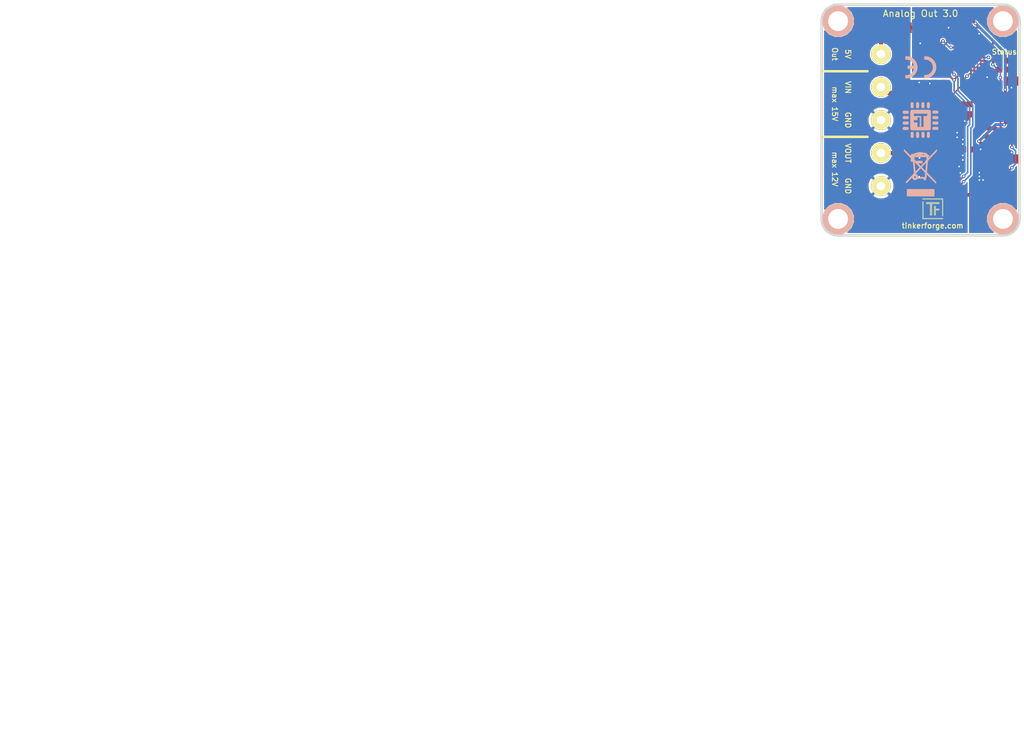
<source format=kicad_pcb>
(kicad_pcb (version 4) (host pcbnew 4.0.2+dfsg1-stable)
  (title_block (title "Analog Out Bricklet") (date 2018-03-01) (rev 3.0) (company "Tinkerforge GmbH") (comment 1 "Licensed under CERN OHL v.1.1") (comment 2 "Copyright (©) 2018, L.Lauer <lukas@tinkerforge.com>"))
  (layers (0 Vorderseite signal) (31 Rückseite signal) (34 B.Paste user) (35 F.Paste user) (36 B.SilkS user) (37 F.SilkS user) (38 B.Mask user) (39 F.Mask user) (44 Edge.Cuts user))
  (net 0 "")
  (net 1 +5V)
  (net 2 GND)
  (net 3 SCL)
  (net 4 SDA)
  (net 5 VCC)
  (net 6 AGND)
  (net 7 3V3)
  (net 8 "Net-(C4-Pad1)")
  (net 9 "Net-(R1-Pad2)")
  (net 10 "Net-(R3-Pad1)")
  (net 11 "Net-(R4-Pad2)")
  (net 12 "Net-(P2-Pad2)")
  (net 13 "Net-(F1-Pad2)")
  (net 14 "Net-(R5-Pad1)")
  (net 15 "Net-(R10-Pad2)")
  (net 16 "Net-(C5-Pad1)")
  (net 17 "Net-(D2-Pad2)")
  (net 18 "Net-(P1-Pad1)")
  (net 19 "Net-(P4-Pad2)")
  (net 20 VIN)
  (net 21 "Net-(R11-Pad1)")
  (net 22 "Net-(P3-Pad4)")
  (net 23 "Net-(P3-Pad5)")
  (net 24 "Net-(P3-Pad6)")
  (net 25 S-MISO)
  (net 26 S-MOSI)
  (net 27 S-CLK)
  (net 28 S-CS)
  (net 29 "Net-(RP2-Pad6)")
  (net 30 "Net-(RP2-Pad7)")
  (net 31 "Net-(U1-Pad4)")
  (net 32 "Net-(U1-Pad5)")
  (net 33 "Net-(U1-Pad6)")
  (net 34 "Net-(U1-Pad7)")
  (net 35 "Net-(U1-Pad8)")
  (net 36 "Net-(U1-Pad11)")
  (net 37 "Net-(U1-Pad12)")
  (net 38 "Net-(U1-Pad14)")
  (net 39 "Net-(U1-Pad16)")
  (net 40 "Net-(U1-Pad18)")
  (net 41 "Net-(U1-Pad20)")
  (net 42 "Net-(U1-Pad21)")
  (module kicad-libraries:QFN24-4x4mm-0.5mm (layer Vorderseite) (at 160.45 90.335 180)
    (fp_text reference U1)
    (fp_text value XMC1XXX24)
    (pad 1 smd oval (at -2.025 -1.25 180) (size 1 0.3) (layers Vorderseite F.Paste F.Mask) (net 25 S-MISO))
    (pad 2 smd oval (at -2.025 -0.75 180) (size 1 0.3) (layers Vorderseite F.Paste F.Mask) (net 21 "Net-(R11-Pad1)"))
    (pad 3 smd oval (at -2.025 -0.25 180) (size 1 0.3) (layers Vorderseite F.Paste F.Mask) (net 20 VIN))
    (pad 4 smd oval (at -2.025 0.25 180) (size 1 0.3) (layers Vorderseite F.Paste F.Mask) (net 31 "Net-(U1-Pad4)"))
    (pad 5 smd oval (at -2.025 0.75 180) (size 1 0.3) (layers Vorderseite F.Paste F.Mask) (net 32 "Net-(U1-Pad5)"))
    (pad 6 smd oval (at -2.025 1.25 180) (size 1 0.3) (layers Vorderseite F.Paste F.Mask) (net 33 "Net-(U1-Pad6)"))
    (pad 7 smd oval (at -1.25 2.025 270) (size 1 0.3) (layers Vorderseite F.Paste F.Mask) (net 34 "Net-(U1-Pad7)"))
    (pad 8 smd oval (at -0.75 2.025 270) (size 1 0.3) (layers Vorderseite F.Paste F.Mask) (net 35 "Net-(U1-Pad8)"))
    (pad 9 smd oval (at -0.25 2.025 270) (size 1 0.3) (layers Vorderseite F.Paste F.Mask) (net 2 GND))
    (pad 10 smd oval (at 0.25 2.025 270) (size 1 0.3) (layers Vorderseite F.Paste F.Mask) (net 7 3V3))
    (pad 11 smd oval (at 0.75 2.025 270) (size 1 0.3) (layers Vorderseite F.Paste F.Mask) (net 36 "Net-(U1-Pad11)"))
    (pad 12 smd oval (at 1.25 2.025 270) (size 1 0.3) (layers Vorderseite F.Paste F.Mask) (net 37 "Net-(U1-Pad12)"))
    (pad 13 smd oval (at 2.025 1.25 180) (size 1 0.3) (layers Vorderseite F.Paste F.Mask) (net 19 "Net-(P4-Pad2)"))
    (pad 14 smd oval (at 2.025 0.75 180) (size 1 0.3) (layers Vorderseite F.Paste F.Mask) (net 38 "Net-(U1-Pad14)"))
    (pad 15 smd oval (at 2.025 0.25 180) (size 1 0.3) (layers Vorderseite F.Paste F.Mask) (net 18 "Net-(P1-Pad1)"))
    (pad 16 smd oval (at 2.025 -0.25 180) (size 1 0.3) (layers Vorderseite F.Paste F.Mask) (net 39 "Net-(U1-Pad16)"))
    (pad 17 smd oval (at 2.025 -0.75 180) (size 1 0.3) (layers Vorderseite F.Paste F.Mask) (net 4 SDA))
    (pad 18 smd oval (at 2.025 -1.25 180) (size 1 0.3) (layers Vorderseite F.Paste F.Mask) (net 40 "Net-(U1-Pad18)"))
    (pad 19 smd oval (at 1.25 -2.025 270) (size 1 0.3) (layers Vorderseite F.Paste F.Mask) (net 3 SCL))
    (pad 20 smd oval (at 0.75 -2.025 270) (size 1 0.3) (layers Vorderseite F.Paste F.Mask) (net 41 "Net-(U1-Pad20)"))
    (pad 21 smd oval (at 0.25 -2.025 270) (size 1 0.3) (layers Vorderseite F.Paste F.Mask) (net 42 "Net-(U1-Pad21)"))
    (pad 22 smd oval (at -0.25 -2.025 270) (size 1 0.3) (layers Vorderseite F.Paste F.Mask) (net 28 S-CS))
    (pad 23 smd oval (at -0.75 -2.025 270) (size 1 0.3) (layers Vorderseite F.Paste F.Mask) (net 27 S-CLK))
    (pad 24 smd oval (at -1.25 -2.025 270) (size 1 0.3) (layers Vorderseite F.Paste F.Mask) (net 26 S-MOSI))
    (pad EXP smd rect (at 0.65 0.65 180) (size 1.3 1.3) (layers Vorderseite F.Paste F.Mask) (net 2 GND))
    (pad EXP smd rect (at 0.65 -0.65 180) (size 1.3 1.3) (layers Vorderseite F.Paste F.Mask) (net 2 GND))
    (pad EXP smd rect (at -0.65 0.65 180) (size 1.3 1.3) (layers Vorderseite F.Paste F.Mask) (net 2 GND))
    (pad EXP smd rect (at -0.65 -0.65 180) (size 1.3 1.3) (layers Vorderseite F.Paste F.Mask) (net 2 GND))
  )
  (module kicad-libraries:4X0402 (layer Vorderseite) (at 161.45 94.675)
    (fp_text reference RP1)
    (fp_text value 82)
    (pad 1 smd rect (at -0.7493 0.575 180) (size 0.29972 0.65) (layers Vorderseite F.Paste F.Mask) (net 22 "Net-(P3-Pad4)"))
    (pad 2 smd rect (at -0.24892 0.575 180) (size 0.29972 0.65) (layers Vorderseite F.Paste F.Mask) (net 23 "Net-(P3-Pad5)"))
    (pad 3 smd rect (at 0.24892 0.575 180) (size 0.29972 0.65) (layers Vorderseite F.Paste F.Mask) (net 24 "Net-(P3-Pad6)"))
    (pad 4 smd rect (at 0.7493 0.575 180) (size 0.29972 0.65) (layers Vorderseite F.Paste F.Mask) (net 16 "Net-(C5-Pad1)"))
    (pad 5 smd rect (at 0.7493 -0.575) (size 0.29972 0.65) (layers Vorderseite F.Paste F.Mask) (net 25 S-MISO))
    (pad 6 smd rect (at 0.24892 -0.575) (size 0.29972 0.65) (layers Vorderseite F.Paste F.Mask) (net 26 S-MOSI))
    (pad 7 smd rect (at -0.24892 -0.575) (size 0.29972 0.65) (layers Vorderseite F.Paste F.Mask) (net 27 S-CLK))
    (pad 8 smd rect (at -0.7493 -0.575) (size 0.29972 0.65) (layers Vorderseite F.Paste F.Mask) (net 28 S-CS))
  )
  (module kicad-libraries:R0603F (layer Vorderseite) (at 165.76 92.425)
    (fp_text reference R11)
    (fp_text value 1k)
    (pad 1 smd rect (at -0.75 0) (size 0.9 0.9) (layers Vorderseite F.Paste F.Mask) (net 21 "Net-(R11-Pad1)"))
    (pad 2 smd rect (at 0.75 0) (size 0.9 0.9) (layers Vorderseite F.Paste F.Mask) (net 17 "Net-(D2-Pad2)"))
  )
  (module kicad-libraries:CON-SENSOR2 (layer Vorderseite) (at 168.05 100.075 90)
    (fp_text reference P3)
    (fp_text value CON-SENSOR2)
    (pad 1 smd rect (at -3.75 -4.6 90) (size 0.6 1.8) (layers Vorderseite F.Paste F.Mask) (net 1 +5V))
    (pad 2 smd rect (at -2.5 -4.6 90) (size 0.6 1.8) (layers Vorderseite F.Paste F.Mask) (net 2 GND))
    (pad EP smd rect (at -5.9 -1.2 90) (size 1.4 2.4) (layers Vorderseite F.Paste F.Mask) (net 2 GND))
    (pad EP smd rect (at 5.9 -1.2 90) (size 1.4 2.4) (layers Vorderseite F.Paste F.Mask) (net 2 GND))
    (pad 3 smd rect (at -1.25 -4.6 90) (size 0.6 1.8) (layers Vorderseite F.Paste F.Mask) (net 7 3V3))
    (pad 4 smd rect (at 0 -4.6 90) (size 0.6 1.8) (layers Vorderseite F.Paste F.Mask) (net 22 "Net-(P3-Pad4)"))
    (pad 5 smd rect (at 1.25 -4.6 90) (size 0.6 1.8) (layers Vorderseite F.Paste F.Mask) (net 23 "Net-(P3-Pad5)"))
    (pad 6 smd rect (at 2.5 -4.6 90) (size 0.6 1.8) (layers Vorderseite F.Paste F.Mask) (net 24 "Net-(P3-Pad6)"))
    (pad 7 smd rect (at 3.75 -4.6 90) (size 0.6 1.8) (layers Vorderseite F.Paste F.Mask) (net 16 "Net-(C5-Pad1)"))
  )
  (module kicad-libraries:D0603F (layer Vorderseite) (at 165.75 91.075)
    (fp_text reference D2)
    (fp_text value blue)
    (pad 1 smd rect (at -0.75 0) (size 0.9 0.9) (layers Vorderseite F.Paste F.Mask) (net 7 3V3))
    (pad 2 smd rect (at 0.75 0) (size 0.9 0.9) (layers Vorderseite F.Paste F.Mask) (net 17 "Net-(D2-Pad2)"))
  )
  (module kicad-libraries:R0603F (layer Vorderseite) (at 159.2 98.425 90)
    (fp_text reference R10)
    (fp_text value 68k)
    (pad 1 smd rect (at -0.75 0 90) (size 0.9 0.9) (layers Vorderseite F.Paste F.Mask) (net 5 VCC))
    (pad 2 smd rect (at 0.75 0 90) (size 0.9 0.9) (layers Vorderseite F.Paste F.Mask) (net 15 "Net-(R10-Pad2)"))
  )
  (module kicad-libraries:R0603F (layer Vorderseite) (at 155.9 94.425)
    (fp_text reference R9)
    (fp_text value 68k)
    (pad 1 smd rect (at -0.75 0) (size 0.9 0.9) (layers Vorderseite F.Paste F.Mask) (net 6 AGND))
    (pad 2 smd rect (at 0.75 0) (size 0.9 0.9) (layers Vorderseite F.Paste F.Mask) (net 14 "Net-(R5-Pad1)"))
  )
  (module kicad-libraries:R0603F (layer Vorderseite) (at 154.45 104.525)
    (fp_text reference R8)
    (fp_text value 12k)
    (pad 1 smd rect (at -0.75 0) (size 0.9 0.9) (layers Vorderseite F.Paste F.Mask) (net 12 "Net-(P2-Pad2)"))
    (pad 2 smd rect (at 0.75 0) (size 0.9 0.9) (layers Vorderseite F.Paste F.Mask) (net 10 "Net-(R3-Pad1)"))
  )
  (module kicad-libraries:R0603F (layer Vorderseite) (at 160.5 98.425 270)
    (fp_text reference R7)
    (fp_text value 12k)
    (pad 1 smd rect (at -0.75 0 270) (size 0.9 0.9) (layers Vorderseite F.Paste F.Mask) (net 15 "Net-(R10-Pad2)"))
    (pad 2 smd rect (at 0.75 0 270) (size 0.9 0.9) (layers Vorderseite F.Paste F.Mask) (net 6 AGND))
  )
  (module kicad-libraries:R0603F (layer Vorderseite) (at 157.35 104.525)
    (fp_text reference R6)
    (fp_text value 12k)
    (pad 1 smd rect (at -0.75 0) (size 0.9 0.9) (layers Vorderseite F.Paste F.Mask) (net 11 "Net-(R4-Pad2)"))
    (pad 2 smd rect (at 0.75 0) (size 0.9 0.9) (layers Vorderseite F.Paste F.Mask) (net 6 AGND))
  )
  (module kicad-libraries:R0603F (layer Vorderseite) (at 155.9 95.725 180)
    (fp_text reference R5)
    (fp_text value 12k)
    (pad 1 smd rect (at -0.75 0 180) (size 0.9 0.9) (layers Vorderseite F.Paste F.Mask) (net 14 "Net-(R5-Pad1)"))
    (pad 2 smd rect (at 0.75 0 180) (size 0.9 0.9) (layers Vorderseite F.Paste F.Mask) (net 20 VIN))
  )
  (module kicad-libraries:R0603F (layer Vorderseite) (at 157.35 105.825 180)
    (fp_text reference R4)
    (fp_text value 3k3)
    (pad 1 smd rect (at -0.75 0 180) (size 0.9 0.9) (layers Vorderseite F.Paste F.Mask) (net 8 "Net-(C4-Pad1)"))
    (pad 2 smd rect (at 0.75 0 180) (size 0.9 0.9) (layers Vorderseite F.Paste F.Mask) (net 11 "Net-(R4-Pad2)"))
  )
  (module kicad-libraries:R0603F (layer Vorderseite) (at 154.45 105.825 180)
    (fp_text reference R3)
    (fp_text value 3k3)
    (pad 1 smd rect (at -0.75 0 180) (size 0.9 0.9) (layers Vorderseite F.Paste F.Mask) (net 10 "Net-(R3-Pad1)"))
    (pad 2 smd rect (at 0.75 0 180) (size 0.9 0.9) (layers Vorderseite F.Paste F.Mask) (net 6 AGND))
  )
  (module kicad-libraries:R0603F (layer Vorderseite) (at 160.25 104.525 180)
    (fp_text reference R2)
    (fp_text value 0)
    (pad 1 smd rect (at -0.75 0 180) (size 0.9 0.9) (layers Vorderseite F.Paste F.Mask) (net 2 GND))
    (pad 2 smd rect (at 0.75 0 180) (size 0.9 0.9) (layers Vorderseite F.Paste F.Mask) (net 6 AGND))
  )
  (module kicad-libraries:R0603F (layer Vorderseite) (at 154.45 107.125 180)
    (fp_text reference R1)
    (fp_text value 68.1)
    (pad 1 smd rect (at -0.75 0 180) (size 0.9 0.9) (layers Vorderseite F.Paste F.Mask) (net 8 "Net-(C4-Pad1)"))
    (pad 2 smd rect (at 0.75 0 180) (size 0.9 0.9) (layers Vorderseite F.Paste F.Mask) (net 9 "Net-(R1-Pad2)"))
  )
  (module kicad-libraries:SolderJumper (layer Vorderseite) (at 154.01 88.445)
    (fp_text reference P4)
    (fp_text value BOOT)
    (pad 2 smd rect (at 0.55 0) (size 0.3 1.4) (layers Vorderseite F.Mask) (net 19 "Net-(P4-Pad2)"))
    (pad 2 smd rect (at 0.15 0) (size 0.6 0.5) (layers Vorderseite F.Mask) (net 19 "Net-(P4-Pad2)"))
    (pad 1 smd rect (at -0.5 0) (size 0.4 1.4) (layers Vorderseite F.Mask) (net 2 GND))
    (pad 1 smd rect (at -0.225 0.55) (size 0.95 0.3) (layers Vorderseite F.Mask) (net 2 GND))
    (pad 1 smd rect (at -0.225 -0.55) (size 0.95 0.3) (layers Vorderseite F.Mask) (net 2 GND))
  )
  (module kicad-libraries:DEBUG_PAD (layer Vorderseite) (at 156.93 89.645)
    (fp_text reference P1)
    (fp_text value DEBUG)
    (pad 1 smd circle (at 0 0) (size 0.7 0.7) (layers Vorderseite F.Paste F.Mask) (net 18 "Net-(P1-Pad1)"))
  )
  (module kicad-libraries:C0603F (layer Vorderseite) (at 160.45 86.995 180)
    (fp_text reference C7)
    (fp_text value 100nF)
    (pad 1 smd rect (at -0.75 0 180) (size 0.9 0.9) (layers Vorderseite F.Paste F.Mask) (net 2 GND))
    (pad 2 smd rect (at 0.75 0 180) (size 0.9 0.9) (layers Vorderseite F.Paste F.Mask) (net 7 3V3))
  )
  (module kicad-libraries:C0603F (layer Vorderseite) (at 163.45 108.475 180)
    (fp_text reference C6)
    (fp_text value 1uF)
    (pad 1 smd rect (at -0.75 0 180) (size 0.9 0.9) (layers Vorderseite F.Paste F.Mask) (net 7 3V3))
    (pad 2 smd rect (at 0.75 0 180) (size 0.9 0.9) (layers Vorderseite F.Paste F.Mask) (net 2 GND))
  )
  (module kicad-libraries:C0603F (layer Vorderseite) (at 157.35 107.125)
    (fp_text reference C4)
    (fp_text value 180pF)
    (pad 1 smd rect (at -0.75 0) (size 0.9 0.9) (layers Vorderseite F.Paste F.Mask) (net 8 "Net-(C4-Pad1)"))
    (pad 2 smd rect (at 0.75 0) (size 0.9 0.9) (layers Vorderseite F.Paste F.Mask) (net 6 AGND))
  )
  (module kicad-libraries:C0805 (layer Vorderseite) (at 163.45 106.975 180)
    (fp_text reference C3)
    (fp_text value 10uF)
    (pad 1 smd rect (at -1.00076 0 180) (size 1.00076 1.24968) (layers Vorderseite F.Paste F.Mask) (net 7 3V3) (clearance 0.14986))
    (pad 2 smd rect (at 1.00076 0 180) (size 1.00076 1.24968) (layers Vorderseite F.Paste F.Mask) (net 2 GND) (clearance 0.14986))
  )
  (module kicad-libraries:C0603F (layer Vorderseite) (at 153.65 109.425 90)
    (fp_text reference C2)
    (fp_text value 100nF)
    (pad 1 smd rect (at -0.75 0 90) (size 0.9 0.9) (layers Vorderseite F.Paste F.Mask) (net 7 3V3))
    (pad 2 smd rect (at 0.75 0 90) (size 0.9 0.9) (layers Vorderseite F.Paste F.Mask) (net 6 AGND))
  )
  (module kicad-libraries:C0603F (layer Vorderseite) (at 153.8 95.175 90)
    (fp_text reference C1)
    (fp_text value 100nF)
    (pad 1 smd rect (at -0.75 0 90) (size 0.9 0.9) (layers Vorderseite F.Paste F.Mask) (net 5 VCC))
    (pad 2 smd rect (at 0.75 0 90) (size 0.9 0.9) (layers Vorderseite F.Paste F.Mask) (net 6 AGND))
  )
  (module kicad-libraries:AKL_5_5 (layer Vorderseite) (at 147.05 100.075 90)
    (fp_text reference P2)
    (fp_text value CONN_5)
    (pad 2 thru_hole circle (at -5 0 90) (size 2.99974 2.99974) (drill 1.30048) (layers *.Cu *.Mask F.SilkS) (net 12 "Net-(P2-Pad2)"))
    (pad 3 thru_hole circle (at 0 0 90) (size 2.99974 2.99974) (drill 1.30048) (layers *.Cu *.Mask F.SilkS) (net 6 AGND))
    (pad 4 thru_hole circle (at 5 0 90) (size 2.99974 2.99974) (drill 1.30048) (layers *.Cu *.Mask F.SilkS) (net 5 VCC))
    (pad 5 thru_hole circle (at 10 0 90) (size 2.99974 2.99974) (drill 1.30048) (layers *.Cu *.Mask F.SilkS) (net 13 "Net-(F1-Pad2)"))
    (pad 1 thru_hole circle (at -10 0 90) (size 2.99974 2.99974) (drill 1.30048) (layers *.Cu *.Mask F.SilkS) (net 6 AGND))
  )
  (module kicad-libraries:DRILL_NP (layer Vorderseite) (at 165.55 85.075)
    (fp_text reference U7 hide)
    (fp_text value DRILL hide)
    (pad "" np_thru_hole circle (at 0 0) (size 2.99974 2.99974) (drill 2.99974) (layers *.Cu *.Mask F.SilkS) (clearance 0.89916))
  )
  (module kicad-libraries:DRILL_NP (layer Vorderseite) (at 140.55 85.075)
    (fp_text reference U6 hide)
    (fp_text value DRILL hide)
    (pad "" np_thru_hole circle (at 0 0) (size 2.99974 2.99974) (drill 2.99974) (layers *.Cu *.Mask F.SilkS) (clearance 0.89916))
  )
  (module kicad-libraries:DRILL_NP (layer Vorderseite) (at 140.55 115.075)
    (fp_text reference U5 hide)
    (fp_text value DRILL hide)
    (pad "" np_thru_hole circle (at 0 0) (size 2.99974 2.99974) (drill 2.99974) (layers *.Cu *.Mask F.SilkS) (clearance 0.89916))
  )
  (module kicad-libraries:DRILL_NP (layer Vorderseite) (at 165.55 115.075)
    (fp_text reference U4 hide)
    (fp_text value DRILL hide)
    (pad "" np_thru_hole circle (at 0 0) (size 2.99974 2.99974) (drill 2.99974) (layers *.Cu *.Mask F.SilkS) (clearance 0.89916))
  )
  (module kicad-libraries:SOIC8 (layer Vorderseite) (at 155.9 100.125)
    (fp_text reference U3)
    (fp_text value TLV272IS)
    (pad 1 smd rect (at -1.90246 2.69748 180) (size 0.59944 1.5494) (layers Vorderseite F.Paste F.Mask) (net 12 "Net-(P2-Pad2)"))
    (pad 2 smd rect (at -0.63246 2.69748 180) (size 0.59944 1.5494) (layers Vorderseite F.Paste F.Mask) (net 10 "Net-(R3-Pad1)"))
    (pad 3 smd rect (at 0.63246 2.69748 180) (size 0.59944 1.5494) (layers Vorderseite F.Paste F.Mask) (net 11 "Net-(R4-Pad2)"))
    (pad 4 smd rect (at 1.90246 2.69748 180) (size 0.59944 1.5494) (layers Vorderseite F.Paste F.Mask) (net 6 AGND))
    (pad 5 smd rect (at 1.90246 -2.69748) (size 0.59944 1.5494) (layers Vorderseite F.Paste F.Mask) (net 15 "Net-(R10-Pad2)"))
    (pad 6 smd rect (at 0.63246 -2.69748) (size 0.59944 1.5494) (layers Vorderseite F.Paste F.Mask) (net 14 "Net-(R5-Pad1)"))
    (pad 7 smd rect (at -0.63246 -2.69748) (size 0.59944 1.5494) (layers Vorderseite F.Paste F.Mask) (net 20 VIN))
    (pad 8 smd rect (at -1.90246 -2.69748) (size 0.59944 1.5494) (layers Vorderseite F.Paste F.Mask) (net 5 VCC))
  )
  (module kicad-libraries:SOT23-6 (layer Vorderseite) (at 156.9 109.425 270)
    (fp_text reference U2)
    (fp_text value MCP4725A0)
    (pad 1 smd rect (at -0.94996 1.19888 270) (size 0.50038 0.8001) (layers Vorderseite F.Paste F.Mask) (net 9 "Net-(R1-Pad2)") (clearance 0.14986))
    (pad 2 smd rect (at 0 1.19888 270) (size 0.50038 0.8001) (layers Vorderseite F.Paste F.Mask) (net 6 AGND) (clearance 0.14986))
    (pad 3 smd rect (at 0.94996 1.19888 270) (size 0.50038 0.8001) (layers Vorderseite F.Paste F.Mask) (net 7 3V3) (clearance 0.14986))
    (pad 6 smd rect (at -0.94996 -1.19888 270) (size 0.50038 0.8001) (layers Vorderseite F.Paste F.Mask) (net 6 AGND) (clearance 0.14986))
    (pad 4 smd rect (at 0.94996 -1.19888 270) (size 0.50038 0.8001) (layers Vorderseite F.Paste F.Mask) (net 4 SDA) (clearance 0.14986))
    (pad 5 smd rect (at 0 -1.19888 270) (size 0.50038 0.8001) (layers Vorderseite F.Paste F.Mask) (net 3 SCL) (clearance 0.14986))
  )
  (module kicad-libraries:MiniMelf (layer Vorderseite) (at 154.65 86.075)
    (fp_text reference D1)
    (fp_text value 5V)
    (pad 2 smd rect (at -1.69926 0) (size 1.19888 1.6002) (layers Vorderseite F.Paste F.Mask) (net 1 +5V))
    (pad 1 smd rect (at 1.69926 0) (size 1.19888 1.6002) (layers Vorderseite F.Paste F.Mask) (net 2 GND))
  )
  (module kicad-libraries:CE_5mm (layer Rückseite) (at 153.05 92.075 180)
    (fp_text reference VAL hide)
    (fp_text value CE_5mm hide)
  )
  (module kicad-libraries:WEEE_7mm (layer Rückseite) (at 153.05 108.075 180)
    (fp_text reference VAL hide)
    (fp_text value WEEE_7mm hide)
  )
  (module kicad-libraries:Fiducial_Mark (layer Vorderseite) (at 144.05 86.575)
    (fp_text reference Fiducial_Mark hide)
    (fp_text value VAL** hide)
    (pad 1 smd circle (at 0 0) (size 1.00076 1.00076) (layers Vorderseite F.Paste F.Mask) (clearance 0.65024))
  )
  (module kicad-libraries:Fiducial_Mark (layer Vorderseite) (at 161.05 113.575)
    (fp_text reference Fiducial_Mark hide)
    (fp_text value VAL** hide)
    (pad 1 smd circle (at 0 0) (size 1.00076 1.00076) (layers Vorderseite F.Paste F.Mask) (clearance 0.65024))
  )
  (module kicad-libraries:Logo_31x31 (layer Vorderseite) (at 153.325 111.95)
    (fp_text reference Ref** hide)
    (fp_text value Val** hide)
  )
  (module kicad-libraries:F1206 (layer Vorderseite) (at 149.7 86.075 180)
    (fp_text reference F1)
    (fp_text value OZCJ0035FF2G)
    (pad 1 smd rect (at -1.50114 0 180) (size 1.00076 1.6002) (layers Vorderseite F.Paste F.Mask) (net 1 +5V))
    (pad 2 smd rect (at 1.50114 0 180) (size 1.00076 1.6002) (layers Vorderseite F.Paste F.Mask) (net 13 "Net-(F1-Pad2)"))
  )
  (module kicad-libraries:4X0603 (layer Vorderseite) (at 155.19 91.805)
    (fp_text reference RP2)
    (fp_text value 2k2)
    (pad 1 smd rect (at -1.19888 -0.8509) (size 0.44958 0.89916) (layers Vorderseite F.Paste F.Mask) (net 7 3V3))
    (pad 2 smd rect (at -0.39878 -0.8509) (size 0.44958 0.89916) (layers Vorderseite F.Paste F.Mask) (net 7 3V3))
    (pad 3 smd rect (at 0.39878 -0.8509) (size 0.44958 0.89916) (layers Vorderseite F.Paste F.Mask) (net 7 3V3))
    (pad 4 smd rect (at 1.19888 -0.8509) (size 0.44958 0.89916) (layers Vorderseite F.Paste F.Mask) (net 7 3V3))
    (pad 5 smd rect (at 1.19888 0.8509) (size 0.44958 0.89916) (layers Vorderseite F.Paste F.Mask) (net 3 SCL))
    (pad 6 smd rect (at 0.39878 0.8509) (size 0.44958 0.89916) (layers Vorderseite F.Paste F.Mask) (net 29 "Net-(RP2-Pad6)"))
    (pad 7 smd rect (at -0.39878 0.8509) (size 0.44958 0.89916) (layers Vorderseite F.Paste F.Mask) (net 30 "Net-(RP2-Pad7)"))
    (pad 8 smd rect (at -1.19888 0.8509) (size 0.44958 0.89916) (layers Vorderseite F.Paste F.Mask) (net 4 SDA))
  )
  (module kicad-libraries:Logo_CoMCU (layer Rückseite) (at 153.05 100.075 180)
    (fp_text reference G*** hide)
    (fp_text value LOGO hide)
  )
  (module kicad-libraries:Fiducial_Mark (layer Vorderseite) (at 146.05 114.575)
    (fp_text reference Fiducial_Mark hide)
    (fp_text value VAL** hide)
    (pad 1 smd circle (at 0 0) (size 1.00076 1.00076) (layers Vorderseite F.Paste F.Mask) (clearance 0.65024))
  )
  (module kicad-libraries:C0402F (layer Vorderseite) (at 163.15 94.675 90)
    (fp_text reference C5)
    (fp_text value 220pF)
    (pad 2 smd rect (at 0.5 0 90) (size 0.6 0.7) (layers Vorderseite F.Paste F.Mask) (net 2 GND))
    (pad 1 smd rect (at -0.5 0 90) (size 0.6 0.7) (layers Vorderseite F.Paste F.Mask) (net 16 "Net-(C5-Pad1)"))
  )
  (gr_text Status (at 165.75 89.735) (layer F.SilkS) (effects (font (size 0.8 0.8))))
  (gr_text Out (at 140.05 90.075 270) (layer F.SilkS) (effects (font (size 0.8 0.8) (thickness 0.14986))))
  (gr_line (start 145 92.675) (end 138.05 92.675) (angle 90) (layer F.SilkS) (width 0.381))
  (gr_line (start 143.3 102.625) (end 145 102.625) (angle 90) (layer F.SilkS) (width 0.381))
  (gr_line (start 143.35 102.625) (end 138.05 102.625) (angle 90) (layer F.SilkS) (width 0.381))
  (gr_line (start 168.05 85.075) (end 168.05 115.075) (angle 90) (layer Edge.Cuts) (width 0.381))
  (gr_line (start 138.05 115.075) (end 138.05 85.075) (angle 90) (layer Edge.Cuts) (width 0.381))
  (gr_line (start 140.55 82.575) (end 165.55 82.575) (angle 90) (layer Edge.Cuts) (width 0.381))
  (gr_line (start 165.55 117.575) (end 140.55 117.575) (angle 90) (layer Edge.Cuts) (width 0.381))
  (gr_text "max 12V" (at 140.05 107.525 270) (layer F.SilkS) (effects (font (size 0.8 0.8) (thickness 0.14986))))
  (gr_text GND (at 142.05 100.075 270) (layer F.SilkS) (effects (font (size 0.8 0.8) (thickness 0.14986))))
  (gr_text 5V (at 142.05 90.075 270) (layer F.SilkS) (effects (font (size 0.8001 0.8001) (thickness 0.14986))))
  (gr_text VIN (at 142.05 95.125 270) (layer F.SilkS) (effects (font (size 0.8 0.8) (thickness 0.14986))))
  (gr_text GND (at 142.05 110.075 270) (layer F.SilkS) (effects (font (size 0.8 0.8) (thickness 0.14986))))
  (gr_text VOUT (at 142.05 105.125 270) (layer F.SilkS) (effects (font (size 0.8 0.8) (thickness 0.14986))))
  (gr_arc (start 165.55086 85.07412) (end 165.55086 82.57476) (angle 90) (layer Edge.Cuts) (width 0.381))
  (gr_arc (start 140.5509 85.07412) (end 138.049 85.07412) (angle 90) (layer Edge.Cuts) (width 0.381))
  (gr_arc (start 140.5509 115.07534) (end 140.5509 117.5747) (angle 90) (layer Edge.Cuts) (width 0.381))
  (gr_arc (start 165.55086 115.07534) (end 168.05022 115.07534) (angle 90) (layer Edge.Cuts) (width 0.381))
  (gr_text tinkerforge.com (at 154.875 116.1) (layer F.SilkS) (effects (font (size 0.8001 0.8001) (thickness 0.14986))))
  (gr_text "max 15V" (at 140.05 97.625 270) (layer F.SilkS) (effects (font (size 0.8 0.8) (thickness 0.14986))))
  (gr_text "Analog Out 3.0" (at 153.05 83.925) (layer F.SilkS) (effects (font (size 1 1))))
  (segment (start 163.45 103.825) (end 162.43 103.825) (width 0.45) (layer Vorderseite) (net 1))
  (segment (start 153.46 84.825) (end 160.79 84.825) (width 0.45) (layer Vorderseite) (net 1))
  (segment (start 160.79 84.825) (end 161.38 85.415) (width 0.45) (layer Vorderseite) (net 1))
  (via (at 161.38 85.415) (size 0.55) (drill 0.25) (layers Vorderseite Rückseite) (net 1))
  (segment (start 161.38 85.415) (end 165.91 89.945) (width 0.45) (layer Rückseite) (net 1))
  (segment (start 165.91 89.945) (end 165.91 95.465) (width 0.45) (layer Rückseite) (net 1))
  (via (at 165.91 95.465) (size 0.55) (drill 0.25) (layers Vorderseite Rückseite) (net 1))
  (segment (start 153.46 84.825) (end 152.95074 85.33426) (width 0.45) (layer Vorderseite) (net 1))
  (segment (start 165.91 100.585) (end 165.91 95.465) (width 0.45) (layer Vorderseite) (net 1))
  (segment (start 165.72 100.775) (end 165.91 100.585) (width 0.45) (layer Vorderseite) (net 1))
  (via (at 165.72 100.775) (size 0.55) (drill 0.25) (layers Vorderseite Rückseite) (net 1))
  (segment (start 164.44 100.775) (end 165.72 100.775) (width 0.45) (layer Rückseite) (net 1))
  (segment (start 161.91 103.305) (end 164.44 100.775) (width 0.45) (layer Rückseite) (net 1))
  (via (at 161.91 103.305) (size 0.55) (drill 0.25) (layers Vorderseite Rückseite) (net 1))
  (segment (start 162.43 103.825) (end 161.91 103.305) (width 0.45) (layer Vorderseite) (net 1))
  (segment (start 152.95074 86.075) (end 152.95074 85.33426) (width 0.45) (layer Vorderseite) (net 1))
  (segment (start 152.95074 86.075) (end 151.20114 86.075) (width 0.59944) (layer Vorderseite) (net 1))
  (segment (start 163.15 94.175) (end 163.15 93.575) (width 0.55) (layer Vorderseite) (net 2))
  (via (at 163.15 93.575) (size 0.55) (drill 0.25) (layers Vorderseite Rückseite) (net 2))
  (segment (start 153.51 88.445) (end 153.01 88.445) (width 0.25) (layer Vorderseite) (net 2))
  (via (at 153.01 88.445) (size 0.55) (drill 0.25) (layers Vorderseite Rückseite) (net 2))
  (segment (start 153.51 88.445) (end 153.51 88.005) (width 0.25) (layer Vorderseite) (net 2))
  (segment (start 153.51 88.005) (end 153.63 87.885) (width 0.25) (layer Vorderseite) (net 2))
  (segment (start 153.63 87.885) (end 153.94 87.885) (width 0.25) (layer Vorderseite) (net 2))
  (segment (start 153.94 87.885) (end 153.785 87.895) (width 0.25) (layer Vorderseite) (net 2))
  (segment (start 153.785 88.995) (end 153.61 88.995) (width 0.25) (layer Vorderseite) (net 2))
  (segment (start 153.61 88.995) (end 153.51 88.895) (width 0.25) (layer Vorderseite) (net 2))
  (segment (start 153.51 88.895) (end 153.51 88.465) (width 0.25) (layer Vorderseite) (net 2))
  (segment (start 153.51 88.465) (end 153.51 88.445) (width 0.25) (layer Vorderseite) (net 2))
  (segment (start 161 104.525) (end 162.15 104.525) (width 0.7) (layer Vorderseite) (net 2))
  (via (at 162.15 104.525) (size 0.70104) (drill 0.24892) (layers Vorderseite Rückseite) (net 2))
  (segment (start 160.7 88.31) (end 160.7 89.285) (width 0.25) (layer Vorderseite) (net 2))
  (segment (start 160.7 89.285) (end 161.1 89.685) (width 0.25) (layer Vorderseite) (net 2))
  (segment (start 161.1 89.685) (end 159.8 89.685) (width 0.25) (layer Vorderseite) (net 2))
  (segment (start 161.1 89.685) (end 161.1 90.985) (width 0.25) (layer Vorderseite) (net 2))
  (segment (start 159.8 89.685) (end 159.8 90.985) (width 0.25) (layer Vorderseite) (net 2))
  (segment (start 159.8 90.985) (end 161.1 90.985) (width 0.25) (layer Vorderseite) (net 2))
  (segment (start 161.2 86.995) (end 161.93 86.995) (width 0.55) (layer Vorderseite) (net 2))
  (via (at 161.93 86.995) (size 0.55) (drill 0.25) (layers Vorderseite Rückseite) (net 2))
  (segment (start 160.7 88.31) (end 160.7 87.795) (width 0.25) (layer Vorderseite) (net 2))
  (segment (start 160.7 87.795) (end 161.2 87.295) (width 0.25) (layer Vorderseite) (net 2))
  (segment (start 161.2 87.295) (end 161.2 86.995) (width 0.25) (layer Vorderseite) (net 2))
  (segment (start 166.85 105.975) (end 166.85 104.995) (width 0.55) (layer Vorderseite) (net 2))
  (via (at 166.85 104.995) (size 0.55) (drill 0.25) (layers Vorderseite Rückseite) (net 2))
  (segment (start 166.85 94.175) (end 166.85 95.155) (width 0.55) (layer Vorderseite) (net 2))
  (via (at 166.85 95.155) (size 0.55) (drill 0.25) (layers Vorderseite Rückseite) (net 2))
  (segment (start 162.52 109.175) (end 162.53 109.165) (width 0.55) (layer Vorderseite) (net 2))
  (segment (start 161.97 109.175) (end 162.52 109.175) (width 0.55) (layer Vorderseite) (net 2))
  (segment (start 161.97 108.625) (end 161.97 109.175) (width 0.55) (layer Vorderseite) (net 2))
  (segment (start 161.97 108.065) (end 161.97 108.625) (width 0.55) (layer Vorderseite) (net 2))
  (via (at 162.53 109.165) (size 0.55) (drill 0.25) (layers Vorderseite Rückseite) (net 2))
  (segment (start 162.7 108.995) (end 162.53 109.165) (width 0.55) (layer Vorderseite) (net 2))
  (segment (start 162.7 108.995) (end 162.7 108.475) (width 0.55) (layer Vorderseite) (net 2))
  (via (at 161.97 109.175) (size 0.55) (drill 0.25) (layers Vorderseite Rückseite) (net 2))
  (segment (start 161.97 109.175) (end 162.67 108.475) (width 0.55) (layer Vorderseite) (net 2))
  (via (at 161.97 108.625) (size 0.55) (drill 0.25) (layers Vorderseite Rückseite) (net 2))
  (segment (start 162.12 108.475) (end 162.7 108.475) (width 0.55) (layer Vorderseite) (net 2))
  (segment (start 162.12 108.475) (end 161.97 108.625) (width 0.55) (layer Vorderseite) (net 2))
  (segment (start 163.45 102.575) (end 164.75 102.575) (width 0.55) (layer Vorderseite) (net 2))
  (segment (start 162.44924 105.77576) (end 162.44924 106.975) (width 0.55) (layer Vorderseite) (net 2))
  (segment (start 163.15 105.075) (end 162.44924 105.77576) (width 0.55) (layer Vorderseite) (net 2))
  (segment (start 164.25 105.075) (end 163.15 105.075) (width 0.55) (layer Vorderseite) (net 2))
  (segment (start 164.85 104.475) (end 164.25 105.075) (width 0.55) (layer Vorderseite) (net 2))
  (segment (start 164.85 102.675) (end 164.85 104.475) (width 0.55) (layer Vorderseite) (net 2))
  (segment (start 164.75 102.575) (end 164.85 102.675) (width 0.55) (layer Vorderseite) (net 2))
  (via (at 157.3 86.075) (size 0.70104) (layers Vorderseite Rückseite) (net 2))
  (segment (start 156.34926 86.075) (end 157.3 86.075) (width 0.7) (layer Vorderseite) (net 2))
  (via (at 161.97 108.065) (size 0.55) (drill 0.25) (layers Vorderseite Rückseite) (net 2))
  (segment (start 162.38 108.475) (end 161.97 108.065) (width 0.55) (layer Vorderseite) (net 2))
  (segment (start 162.44924 106.975) (end 162.44924 107.57424) (width 0.55) (layer Vorderseite) (net 2))
  (segment (start 162.44924 107.57424) (end 162.7 107.825) (width 0.55) (layer Vorderseite) (net 2))
  (segment (start 162.7 108.475) (end 162.67 108.475) (width 0.55) (layer Vorderseite) (net 2))
  (segment (start 162.7 107.825) (end 162.7 108.475) (width 0.55) (layer Vorderseite) (net 2))
  (segment (start 158.14 93.985) (end 158.03 93.985) (width 0.25) (layer Vorderseite) (net 3))
  (segment (start 156.38888 93.29388) (end 156.38888 92.6559) (width 0.25) (layer Vorderseite) (net 3))
  (segment (start 156.58 93.485) (end 156.38888 93.29388) (width 0.25) (layer Vorderseite) (net 3))
  (segment (start 157.53 93.485) (end 156.58 93.485) (width 0.25) (layer Vorderseite) (net 3))
  (segment (start 158.03 93.985) (end 157.53 93.485) (width 0.25) (layer Vorderseite) (net 3))
  (segment (start 158.09888 109.425) (end 158.78 109.425) (width 0.25) (layer Vorderseite) (net 3))
  (segment (start 159.2 92.925) (end 159.2 92.36) (width 0.25) (layer Vorderseite) (net 3))
  (segment (start 158.14 93.985) (end 159.2 92.925) (width 0.25) (layer Vorderseite) (net 3))
  (via (at 158.14 93.985) (size 0.55) (drill 0.25) (layers Vorderseite Rückseite) (net 3))
  (segment (start 158.14 95.655) (end 158.14 93.985) (width 0.25) (layer Rückseite) (net 3))
  (segment (start 160.49 98.005) (end 158.14 95.655) (width 0.25) (layer Rückseite) (net 3))
  (segment (start 160.49 100.785) (end 160.49 98.005) (width 0.25) (layer Rückseite) (net 3))
  (segment (start 160.19 101.085) (end 160.49 100.785) (width 0.25) (layer Rückseite) (net 3))
  (segment (start 160.19 108.015) (end 160.19 101.085) (width 0.25) (layer Rückseite) (net 3))
  (segment (start 159.59 108.615) (end 160.19 108.015) (width 0.25) (layer Rückseite) (net 3))
  (via (at 159.59 108.615) (size 0.55) (drill 0.25) (layers Vorderseite Rückseite) (net 3))
  (segment (start 158.78 109.425) (end 159.59 108.615) (width 0.25) (layer Vorderseite) (net 3))
  (segment (start 158.09888 109.425) (end 158.48 109.425) (width 0.2) (layer Vorderseite) (net 3))
  (segment (start 157.52 91.775) (end 154.27 91.775) (width 0.25) (layer Vorderseite) (net 4))
  (segment (start 153.97 92.075) (end 153.97 92.655) (width 0.25) (layer Vorderseite) (net 4))
  (segment (start 154.27 91.775) (end 153.97 92.075) (width 0.25) (layer Vorderseite) (net 4))
  (segment (start 153.97 92.655) (end 153.99112 92.6559) (width 0.25) (layer Vorderseite) (net 4))
  (segment (start 158.425 91.085) (end 157.93 91.085) (width 0.25) (layer Vorderseite) (net 4))
  (segment (start 157.52 92.515) (end 157.52 92.545) (width 0.25) (layer Vorderseite) (net 4))
  (segment (start 157.52 91.495) (end 157.52 91.775) (width 0.25) (layer Vorderseite) (net 4))
  (segment (start 157.52 91.775) (end 157.52 92.515) (width 0.25) (layer Vorderseite) (net 4))
  (segment (start 157.93 91.085) (end 157.52 91.495) (width 0.25) (layer Vorderseite) (net 4))
  (segment (start 158.09888 110.37496) (end 158.64004 110.37496) (width 0.25) (layer Vorderseite) (net 4))
  (segment (start 158.14 93.165) (end 157.52 92.545) (width 0.25) (layer Vorderseite) (net 4))
  (via (at 158.14 93.165) (size 0.55) (drill 0.25) (layers Vorderseite Rückseite) (net 4))
  (segment (start 158.73 93.755) (end 158.14 93.165) (width 0.25) (layer Rückseite) (net 4))
  (segment (start 158.73 95.615) (end 158.73 93.755) (width 0.25) (layer Rückseite) (net 4))
  (segment (start 160.97 97.855) (end 158.73 95.615) (width 0.25) (layer Rückseite) (net 4))
  (segment (start 160.97 101.025) (end 160.97 97.855) (width 0.25) (layer Rückseite) (net 4))
  (segment (start 160.67 101.325) (end 160.97 101.025) (width 0.25) (layer Rückseite) (net 4))
  (segment (start 160.67 108.345) (end 160.67 101.325) (width 0.25) (layer Rückseite) (net 4))
  (segment (start 159.59 109.425) (end 160.67 108.345) (width 0.25) (layer Rückseite) (net 4))
  (via (at 159.59 109.425) (size 0.55) (drill 0.25) (layers Vorderseite Rückseite) (net 4))
  (segment (start 158.64004 110.37496) (end 159.59 109.425) (width 0.25) (layer Vorderseite) (net 4))
  (segment (start 153.99754 96.17264) (end 153.8 95.9751) (width 0.59944) (layer Vorderseite) (net 5))
  (segment (start 153.99754 97.42752) (end 153.99754 96.17264) (width 0.59944) (layer Vorderseite) (net 5))
  (segment (start 147.9501 95.9751) (end 147.05 95.075) (width 0.59944) (layer Vorderseite) (net 5))
  (segment (start 153.8 95.9751) (end 147.9501 95.9751) (width 0.59944) (layer Vorderseite) (net 5))
  (segment (start 154.8501 99.2251) (end 153.99754 98.37254) (width 0.59944) (layer Vorderseite) (net 5))
  (segment (start 153.99754 98.37254) (end 153.99754 97.42752) (width 0.59944) (layer Vorderseite) (net 5))
  (segment (start 159.2 99.2251) (end 154.8501 99.2251) (width 0.59944) (layer Vorderseite) (net 5))
  (segment (start 158.1 107.125) (end 158.9 107.125) (width 0.7) (layer Vorderseite) (net 6))
  (via (at 158.9 107.125) (size 0.70104) (drill 0.24892) (layers Vorderseite Rückseite) (net 6))
  (segment (start 159.45 106.125) (end 159.45 105.425) (width 0.7) (layer Vorderseite) (net 6))
  (segment (start 159.45 105.425) (end 159.45 106.125) (width 0.7) (layer Vorderseite) (net 6))
  (via (at 159.45 106.125) (size 0.70104) (layers Vorderseite Rückseite) (net 6))
  (segment (start 159.45 105.425) (end 159.4499 105.4249) (width 0.7) (layer Vorderseite) (net 6))
  (via (at 159.4499 105.4249) (size 0.70104) (drill 0.24892) (layers Vorderseite Rückseite) (net 6))
  (segment (start 159.4499 105.4249) (end 159.45 105.425) (width 0.7) (layer Rückseite) (net 6))
  (segment (start 153.65 108.675) (end 152.85 108.675) (width 0.7) (layer Vorderseite) (net 6))
  (via (at 152.85 108.675) (size 0.70104) (drill 0.24892) (layers Vorderseite Rückseite) (net 6))
  (segment (start 153.7 105.825) (end 152.9 105.825) (width 0.7) (layer Vorderseite) (net 6))
  (via (at 152.9 105.825) (size 0.70104) (drill 0.24892) (layers Vorderseite Rückseite) (net 6))
  (segment (start 159.5 104.525) (end 159.5 103.7752) (width 0.7) (layer Vorderseite) (net 6))
  (segment (start 159.5 103.7752) (end 159.4499 103.7251) (width 0.7) (layer Vorderseite) (net 6))
  (via (at 159.4499 103.7251) (size 0.70104) (drill 0.24892) (layers Vorderseite Rückseite) (net 6))
  (segment (start 159.4499 103.7251) (end 159.45 103.725) (width 0.7) (layer Rückseite) (net 6))
  (segment (start 158.6 101.975) (end 158.6 102.695) (width 0.7) (layer Vorderseite) (net 6))
  (segment (start 157.80246 102.77254) (end 158.6 101.975) (width 0.7) (layer Vorderseite) (net 6))
  (via (at 158.6 101.975) (size 0.70104) (layers Vorderseite Rückseite) (net 6))
  (segment (start 158.47252 102.82248) (end 158.6 102.695) (width 0.7) (layer Vorderseite) (net 6))
  (via (at 158.6 102.695) (size 0.70104) (drill 0.24892) (layers Vorderseite Rückseite) (net 6))
  (segment (start 158.47252 102.82248) (end 157.80246 102.82248) (width 0.7) (layer Vorderseite) (net 6))
  (segment (start 159.4499 104.525) (end 158.1501 104.525) (width 0.7) (layer Vorderseite) (net 6))
  (segment (start 155.05 109.425) (end 154.2499 108.6249) (width 0.59944) (layer Vorderseite) (net 6))
  (segment (start 155.70112 109.425) (end 155.05 109.425) (width 0.59944) (layer Vorderseite) (net 6))
  (segment (start 159.4499 105.4249) (end 159.4499 104.525) (width 0.7) (layer Vorderseite) (net 6))
  (segment (start 159.4499 105.4249) (end 159.45 105.425) (width 0.7) (layer Vorderseite) (net 6))
  (segment (start 159.4499 104.525) (end 159.4499 103.7251) (width 0.7) (layer Vorderseite) (net 6))
  (segment (start 159.4499 103.7251) (end 159.45 103.725) (width 0.7) (layer Vorderseite) (net 6))
  (via (at 159.45 103.025) (size 0.70104) (layers Vorderseite Rückseite) (net 6))
  (segment (start 159.45 103.725) (end 159.45 103.025) (width 0.7) (layer Vorderseite) (net 6))
  (segment (start 152.8501 94.3749) (end 152.85 94.375) (width 0.59944) (layer Vorderseite) (net 6))
  (via (at 152.85 94.375) (size 0.70104) (layers Vorderseite Rückseite) (net 6))
  (segment (start 153.8 94.3749) (end 152.8501 94.3749) (width 0.59944) (layer Vorderseite) (net 6))
  (segment (start 154.55 94.425) (end 154.45 94.525) (width 0.59944) (layer Vorderseite) (net 6))
  (via (at 154.45 94.525) (size 0.70104) (layers Vorderseite Rückseite) (net 6))
  (segment (start 155.0999 94.425) (end 154.55 94.425) (width 0.59944) (layer Vorderseite) (net 6))
  (via (at 159.75 100.225) (size 0.70104) (layers Vorderseite Rückseite) (net 6))
  (segment (start 160.5 99.475) (end 159.75 100.225) (width 0.59944) (layer Vorderseite) (net 6))
  (segment (start 160.5 99.2251) (end 160.5 99.475) (width 0.59944) (layer Vorderseite) (net 6))
  (segment (start 154.2499 108.6249) (end 153.65 108.6249) (width 0.59944) (layer Vorderseite) (net 6))
  (segment (start 158.09888 108.47504) (end 158.68996 108.47504) (width 0.25) (layer Vorderseite) (net 6))
  (via (at 159.1 108.065) (size 0.55) (drill 0.25) (layers Vorderseite Rückseite) (net 6))
  (segment (start 158.68996 108.47504) (end 159.1 108.065) (width 0.25) (layer Vorderseite) (net 6))
  (segment (start 155.26 90.145) (end 155.26 90.125) (width 0.25) (layer Vorderseite) (net 7))
  (segment (start 158.39 86.995) (end 159.7 86.995) (width 0.25) (layer Vorderseite) (net 7))
  (segment (start 155.26 90.125) (end 158.39 86.995) (width 0.25) (layer Vorderseite) (net 7))
  (segment (start 155.58878 90.9541) (end 155.58878 90.37622) (width 0.25) (layer Vorderseite) (net 7))
  (segment (start 155.59 90.375) (end 155.59 90.145) (width 0.25) (layer Vorderseite) (net 7))
  (segment (start 155.58878 90.37622) (end 155.59 90.375) (width 0.25) (layer Vorderseite) (net 7))
  (segment (start 154.79122 90.9541) (end 154.79122 90.30622) (width 0.25) (layer Vorderseite) (net 7))
  (segment (start 154.8 90.29744) (end 154.8 90.145) (width 0.25) (layer Vorderseite) (net 7))
  (segment (start 154.79122 90.30622) (end 154.8 90.29744) (width 0.25) (layer Vorderseite) (net 7))
  (segment (start 153.99112 90.9541) (end 153.99112 90.37388) (width 0.25) (layer Vorderseite) (net 7))
  (segment (start 156.38888 90.33388) (end 156.38888 90.9541) (width 0.25) (layer Vorderseite) (net 7))
  (segment (start 156.2 90.145) (end 156.38888 90.33388) (width 0.25) (layer Vorderseite) (net 7))
  (segment (start 154.22 90.145) (end 154.8 90.145) (width 0.25) (layer Vorderseite) (net 7))
  (segment (start 154.8 90.145) (end 155.26 90.145) (width 0.25) (layer Vorderseite) (net 7))
  (segment (start 155.26 90.145) (end 155.59 90.145) (width 0.25) (layer Vorderseite) (net 7))
  (segment (start 155.59 90.145) (end 155.61 90.145) (width 0.25) (layer Vorderseite) (net 7))
  (segment (start 155.61 90.145) (end 156.2 90.145) (width 0.25) (layer Vorderseite) (net 7))
  (segment (start 153.99112 90.37388) (end 154.22 90.145) (width 0.25) (layer Vorderseite) (net 7))
  (segment (start 164 91.645) (end 164 91.465) (width 0.25) (layer Vorderseite) (net 7))
  (segment (start 164.39 91.075) (end 165 91.075) (width 0.25) (layer Vorderseite) (net 7))
  (segment (start 164 91.465) (end 164.39 91.075) (width 0.25) (layer Vorderseite) (net 7))
  (segment (start 159.7 86.995) (end 159.7 86.215) (width 0.25) (layer Vorderseite) (net 7))
  (segment (start 159.7 86.215) (end 159.86 86.055) (width 0.25) (layer Vorderseite) (net 7))
  (segment (start 159.86 86.055) (end 161.97 86.055) (width 0.25) (layer Vorderseite) (net 7))
  (segment (start 161.97 86.055) (end 164 88.085) (width 0.25) (layer Vorderseite) (net 7))
  (segment (start 164 88.085) (end 164 91.645) (width 0.25) (layer Vorderseite) (net 7))
  (segment (start 165.72 108.475) (end 164.2 108.475) (width 0.25) (layer Vorderseite) (net 7))
  (via (at 164 91.645) (size 0.55) (drill 0.25) (layers Vorderseite Rückseite) (net 7))
  (segment (start 164 91.645) (end 165.16 92.805) (width 0.25) (layer Rückseite) (net 7))
  (segment (start 165.16 92.805) (end 165.16 93.645) (width 0.25) (layer Rückseite) (net 7))
  (via (at 165.16 93.645) (size 0.55) (drill 0.25) (layers Vorderseite Rückseite) (net 7))
  (segment (start 165.16 93.645) (end 165.17 93.655) (width 0.25) (layer Vorderseite) (net 7))
  (segment (start 165.17 93.655) (end 165.17 101.075) (width 0.25) (layer Vorderseite) (net 7))
  (segment (start 165.17 101.075) (end 166.9 102.805) (width 0.25) (layer Vorderseite) (net 7))
  (segment (start 166.9 102.805) (end 166.9 104.205) (width 0.25) (layer Vorderseite) (net 7))
  (via (at 166.9 104.205) (size 0.55) (drill 0.25) (layers Vorderseite Rückseite) (net 7))
  (segment (start 166.9 104.205) (end 167.45 104.755) (width 0.25) (layer Rückseite) (net 7))
  (segment (start 167.45 104.755) (end 167.45 106.745) (width 0.25) (layer Rückseite) (net 7))
  (segment (start 167.45 106.745) (end 166.9 107.295) (width 0.25) (layer Rückseite) (net 7))
  (via (at 166.9 107.295) (size 0.55) (drill 0.25) (layers Vorderseite Rückseite) (net 7))
  (segment (start 166.9 107.295) (end 165.72 108.475) (width 0.25) (layer Vorderseite) (net 7))
  (segment (start 153.65 110.175) (end 153.65 111.085) (width 0.55) (layer Vorderseite) (net 7))
  (segment (start 164.2 109.525) (end 164.2 108.475) (width 0.55) (layer Vorderseite) (net 7))
  (segment (start 162.31 111.415) (end 164.2 109.525) (width 0.55) (layer Vorderseite) (net 7))
  (segment (start 153.98 111.415) (end 162.31 111.415) (width 0.55) (layer Vorderseite) (net 7))
  (segment (start 153.65 111.085) (end 153.98 111.415) (width 0.55) (layer Vorderseite) (net 7))
  (segment (start 160.2 88.31) (end 160.2 87.825) (width 0.25) (layer Vorderseite) (net 7))
  (segment (start 160.2 87.825) (end 159.7 87.325) (width 0.25) (layer Vorderseite) (net 7))
  (segment (start 159.7 87.325) (end 159.7 86.995) (width 0.25) (layer Vorderseite) (net 7))
  (segment (start 164.45076 106.975) (end 164.45076 107.57424) (width 0.45) (layer Vorderseite) (net 7))
  (segment (start 164.45076 107.57424) (end 164.2 107.825) (width 0.45) (layer Vorderseite) (net 7))
  (segment (start 163.45 101.325) (end 164.5 101.325) (width 0.45) (layer Vorderseite) (net 7))
  (segment (start 164.45076 105.793284) (end 164.45076 106.975) (width 0.45) (layer Vorderseite) (net 7))
  (segment (start 165.55 104.694044) (end 164.45076 105.793284) (width 0.45) (layer Vorderseite) (net 7))
  (segment (start 165.55 102.375) (end 165.55 104.694044) (width 0.45) (layer Vorderseite) (net 7))
  (segment (start 164.5 101.325) (end 165.55 102.375) (width 0.45) (layer Vorderseite) (net 7))
  (segment (start 154.7001 110.2251) (end 153.65 110.2251) (width 0.59944) (layer Vorderseite) (net 7))
  (segment (start 154.84996 110.37496) (end 154.7001 110.2251) (width 0.59944) (layer Vorderseite) (net 7))
  (segment (start 155.70112 110.37496) (end 154.84996 110.37496) (width 0.59944) (layer Vorderseite) (net 7))
  (segment (start 164.2 107.825) (end 164.2 108.475) (width 0.45) (layer Vorderseite) (net 7))
  (segment (start 156.6 107.125) (end 156.7 107.125) (width 0.25) (layer Vorderseite) (net 8))
  (segment (start 156.7 107.125) (end 157.97 105.855) (width 0.25) (layer Vorderseite) (net 8))
  (segment (start 157.97 105.855) (end 158.1 105.825) (width 0.25) (layer Vorderseite) (net 8))
  (segment (start 158.1501 105.825) (end 157.85 105.825) (width 0.29972) (layer Vorderseite) (net 8))
  (segment (start 156.5499 107.125) (end 155.2501 107.125) (width 0.7) (layer Vorderseite) (net 8))
  (segment (start 156.55 107.125) (end 156.5499 107.125) (width 0.29972) (layer Vorderseite) (net 8))
  (segment (start 153.8 107.125) (end 153.6499 107.125) (width 0.29972) (layer Vorderseite) (net 9))
  (segment (start 155.15004 108.47504) (end 153.8 107.125) (width 0.29972) (layer Vorderseite) (net 9))
  (segment (start 155.70112 108.47504) (end 155.15004 108.47504) (width 0.29972) (layer Vorderseite) (net 9))
  (segment (start 155.2501 102.83992) (end 155.26754 102.82248) (width 0.7) (layer Vorderseite) (net 10))
  (segment (start 155.2501 104.525) (end 155.2501 102.83992) (width 0.7) (layer Vorderseite) (net 10))
  (segment (start 155.2501 104.525) (end 155.2501 105.825) (width 0.7) (layer Vorderseite) (net 10))
  (segment (start 156.5499 105.825) (end 156.5499 104.525) (width 0.7) (layer Vorderseite) (net 11))
  (segment (start 156.5499 102.83992) (end 156.53246 102.82248) (width 0.7) (layer Vorderseite) (net 11))
  (segment (start 156.5499 104.525) (end 156.5499 102.83992) (width 0.7) (layer Vorderseite) (net 11))
  (segment (start 150.95 105.075) (end 147.05 105.075) (width 0.59944) (layer Vorderseite) (net 12))
  (segment (start 153.6499 104.525) (end 151.5 104.525) (width 0.59944) (layer Vorderseite) (net 12))
  (segment (start 151.5 104.525) (end 150.95 105.075) (width 0.59944) (layer Vorderseite) (net 12))
  (segment (start 153.99754 104.17736) (end 153.6499 104.525) (width 0.7) (layer Vorderseite) (net 12))
  (segment (start 153.99754 102.82248) (end 153.99754 104.17736) (width 0.7) (layer Vorderseite) (net 12))
  (segment (start 148.19886 86.075) (end 147.05 87.22386) (width 0.59944) (layer Vorderseite) (net 13))
  (segment (start 147.05 87.22386) (end 147.05 90.075) (width 0.59944) (layer Vorderseite) (net 13))
  (segment (start 147.05 90.775) (end 147.05 90.075) (width 0.59944) (layer Rückseite) (net 13))
  (segment (start 156.53246 95.89264) (end 156.7001 95.725) (width 0.59944) (layer Vorderseite) (net 14))
  (segment (start 156.53246 97.42752) (end 156.53246 95.89264) (width 0.59944) (layer Vorderseite) (net 14))
  (segment (start 156.7001 94.425) (end 156.7001 95.725) (width 0.59944) (layer Vorderseite) (net 14))
  (segment (start 157.80508 97.4249) (end 157.80246 97.42752) (width 0.59944) (layer Vorderseite) (net 15))
  (segment (start 160.5 97.6249) (end 159.2 97.6249) (width 0.59944) (layer Vorderseite) (net 15))
  (segment (start 157.99984 97.6249) (end 157.80246 97.42752) (width 0.59944) (layer Vorderseite) (net 15))
  (segment (start 159.2 97.6249) (end 157.99984 97.6249) (width 0.59944) (layer Vorderseite) (net 15))
  (segment (start 163.15 95.325) (end 162.2743 95.325) (width 0.2) (layer Vorderseite) (net 16))
  (segment (start 162.2743 95.325) (end 162.1993 95.25) (width 0.2) (layer Vorderseite) (net 16))
  (segment (start 163.15 95.325) (end 163.15 96.025) (width 0.2) (layer Vorderseite) (net 16))
  (segment (start 163.15 96.025) (end 163.45 96.325) (width 0.2) (layer Vorderseite) (net 16))
  (segment (start 166.51 92.425) (end 166.51 91.085) (width 0.3) (layer Vorderseite) (net 17))
  (segment (start 166.51 91.085) (end 166.5 91.075) (width 0.3) (layer Vorderseite) (net 17))
  (segment (start 156.93 89.645) (end 156.97 89.645) (width 0.25) (layer Vorderseite) (net 18))
  (segment (start 156.97 89.645) (end 157.41 90.085) (width 0.25) (layer Vorderseite) (net 18))
  (segment (start 157.41 90.085) (end 158.425 90.085) (width 0.25) (layer Vorderseite) (net 18))
  (segment (start 154.56 88.445) (end 154.16 88.445) (width 0.25) (layer Vorderseite) (net 19))
  (segment (start 154.56 88.445) (end 156.07 88.445) (width 0.25) (layer Vorderseite) (net 19))
  (segment (start 157.69 89.085) (end 158.425 89.085) (width 0.25) (layer Vorderseite) (net 19))
  (segment (start 157.67 89.065) (end 157.69 89.085) (width 0.25) (layer Vorderseite) (net 19))
  (via (at 157.67 89.065) (size 0.55) (drill 0.25) (layers Vorderseite Rückseite) (net 19))
  (segment (start 157.45 89.065) (end 157.67 89.065) (width 0.25) (layer Rückseite) (net 19))
  (segment (start 156.45 88.065) (end 157.45 89.065) (width 0.25) (layer Rückseite) (net 19))
  (via (at 156.45 88.065) (size 0.55) (drill 0.25) (layers Vorderseite Rückseite) (net 19))
  (segment (start 156.07 88.445) (end 156.45 88.065) (width 0.25) (layer Vorderseite) (net 19))
  (segment (start 159.7 94.425) (end 159.7 93.825) (width 0.2) (layer Vorderseite) (net 20))
  (segment (start 159.7 94.425) (end 157.81 96.315) (width 0.2) (layer Vorderseite) (net 20))
  (segment (start 157.81 96.315) (end 157.4 96.315) (width 0.2) (layer Vorderseite) (net 20))
  (segment (start 157.4 96.315) (end 157.16 96.555) (width 0.2) (layer Vorderseite) (net 20))
  (segment (start 157.16 96.555) (end 157.16 98.375) (width 0.2) (layer Vorderseite) (net 20))
  (segment (start 157.16 98.375) (end 156.99 98.545) (width 0.2) (layer Vorderseite) (net 20))
  (segment (start 156.99 98.545) (end 155.5 98.545) (width 0.2) (layer Vorderseite) (net 20))
  (segment (start 155.5 98.545) (end 155.26754 98.31254) (width 0.2) (layer Vorderseite) (net 20))
  (segment (start 155.26754 97.42752) (end 155.26754 98.31254) (width 0.2) (layer Vorderseite) (net 20))
  (segment (start 163.34 90.585) (end 162.475 90.585) (width 0.2) (layer Vorderseite) (net 20))
  (segment (start 163.35 90.575) (end 163.34 90.585) (width 0.2) (layer Vorderseite) (net 20))
  (via (at 163.35 90.575) (size 0.55) (drill 0.25) (layers Vorderseite Rückseite) (net 20))
  (segment (start 162.95 90.575) (end 163.35 90.575) (width 0.2) (layer Rückseite) (net 20))
  (segment (start 160.1 93.425) (end 162.95 90.575) (width 0.2) (layer Rückseite) (net 20))
  (via (at 160.1 93.425) (size 0.55) (drill 0.25) (layers Vorderseite Rückseite) (net 20))
  (segment (start 159.7 93.825) (end 160.1 93.425) (width 0.2) (layer Vorderseite) (net 20))
  (segment (start 155.26754 95.89264) (end 155.0999 95.725) (width 0.59944) (layer Vorderseite) (net 20))
  (segment (start 155.26754 97.42752) (end 155.26754 95.89264) (width 0.59944) (layer Vorderseite) (net 20))
  (segment (start 162.475 91.085) (end 163.11 91.085) (width 0.25) (layer Vorderseite) (net 21))
  (segment (start 163.8 92.425) (end 165.01 92.425) (width 0.25) (layer Vorderseite) (net 21))
  (segment (start 163.4 92.025) (end 163.8 92.425) (width 0.25) (layer Vorderseite) (net 21))
  (segment (start 163.4 91.375) (end 163.4 92.025) (width 0.25) (layer Vorderseite) (net 21))
  (segment (start 163.11 91.085) (end 163.4 91.375) (width 0.25) (layer Vorderseite) (net 21))
  (segment (start 163.45 100.075) (end 162.25 100.075) (width 0.2) (layer Vorderseite) (net 22))
  (segment (start 160.7007 95.8257) (end 160.7007 95.25) (width 0.2) (layer Vorderseite) (net 22))
  (segment (start 161.45 96.575) (end 160.7007 95.8257) (width 0.2) (layer Vorderseite) (net 22))
  (segment (start 161.45 99.275) (end 161.45 96.575) (width 0.2) (layer Vorderseite) (net 22))
  (segment (start 162.25 100.075) (end 161.45 99.275) (width 0.2) (layer Vorderseite) (net 22))
  (segment (start 163.45 98.825) (end 162.4 98.825) (width 0.2) (layer Vorderseite) (net 23))
  (segment (start 161.20108 95.82608) (end 161.20108 95.25) (width 0.2) (layer Vorderseite) (net 23))
  (segment (start 161.900138 96.525138) (end 161.20108 95.82608) (width 0.2) (layer Vorderseite) (net 23))
  (segment (start 161.900138 98.325138) (end 161.900138 96.525138) (width 0.2) (layer Vorderseite) (net 23))
  (segment (start 162.4 98.825) (end 161.900138 98.325138) (width 0.2) (layer Vorderseite) (net 23))
  (segment (start 163.45 97.575) (end 162.55 97.575) (width 0.2) (layer Vorderseite) (net 24))
  (segment (start 162.55 97.575) (end 162.25 97.275) (width 0.2) (layer Vorderseite) (net 24))
  (segment (start 162.25 97.275) (end 162.25 96.375) (width 0.2) (layer Vorderseite) (net 24))
  (segment (start 162.25 96.375) (end 161.69892 95.82392) (width 0.2) (layer Vorderseite) (net 24))
  (segment (start 161.69892 95.82392) (end 161.69892 95.25) (width 0.2) (layer Vorderseite) (net 24))
  (segment (start 162.1993 94.1) (end 162.1993 93.0357) (width 0.25) (layer Vorderseite) (net 25))
  (segment (start 162.475 92.76) (end 162.475 91.585) (width 0.25) (layer Vorderseite) (net 25))
  (segment (start 162.1993 93.0357) (end 162.475 92.76) (width 0.25) (layer Vorderseite) (net 25))
  (segment (start 161.7 92.36) (end 161.7 94.09892) (width 0.25) (layer Vorderseite) (net 26))
  (segment (start 161.7 94.09892) (end 161.69892 94.1) (width 0.25) (layer Vorderseite) (net 26))
  (segment (start 161.67 94.07108) (end 161.69892 94.1) (width 0.25) (layer Vorderseite) (net 26))
  (segment (start 161.2 92.36) (end 161.2 94.09892) (width 0.25) (layer Vorderseite) (net 27))
  (segment (start 161.2 94.09892) (end 161.20108 94.1) (width 0.25) (layer Vorderseite) (net 27))
  (segment (start 161.20108 92.39108) (end 161.17 92.36) (width 0.25) (layer Vorderseite) (net 27))
  (segment (start 161.17 94.06892) (end 161.20108 94.1) (width 0.25) (layer Vorderseite) (net 27))
  (segment (start 160.7 92.36) (end 160.7 94.0993) (width 0.25) (layer Vorderseite) (net 28))
  (segment (start 160.7 94.0993) (end 160.7007 94.1) (width 0.25) (layer Vorderseite) (net 28))
  (segment (start 160.7007 92.3907) (end 160.67 92.36) (width 0.25) (layer Vorderseite) (net 28))
  (segment (start 160.67 94.0693) (end 160.7007 94.1) (width 0.25) (layer Vorderseite) (net 28))
  (zone (net 6) (net_name AGND) (layer Rückseite) (connect_pads (clearance 0.1778)) (min_thickness 0.1778) (fill yes (arc_segments 16) (thermal_gap 0.381) (thermal_bridge_width 0.381))
    (polygon (pts (xy 151.55 82.575) (xy 151.5 93.975) (xy 157.45 93.975) (xy 160.2 97.775) (xy 160.2 117.575) (xy 138.05 117.575) (xy 138.05 82.575)))
  )
  (zone (net 2) (net_name GND) (layer Rückseite) (connect_pads (clearance 0.1778)) (min_thickness 0.1778) (fill yes (arc_segments 16) (thermal_gap 0.381) (thermal_bridge_width 0.381))
    (polygon (pts (xy 168 117.575) (xy 160.4 117.575) (xy 160.4 97.675) (xy 157.7 93.675) (xy 151.75 93.675) (xy 151.75 82.575) (xy 168 82.575)))
  )
)
</source>
